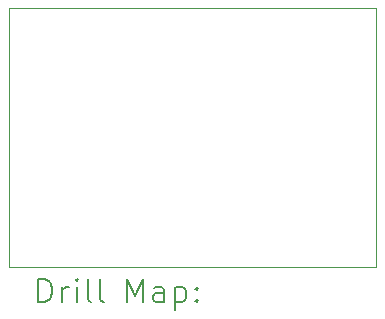
<source format=gbr>
%TF.GenerationSoftware,KiCad,Pcbnew,(7.0.0)*%
%TF.CreationDate,2023-02-17T23:27:10-08:00*%
%TF.ProjectId,seatalk_wifi,73656174-616c-46b5-9f77-6966692e6b69,rev?*%
%TF.SameCoordinates,Original*%
%TF.FileFunction,Drillmap*%
%TF.FilePolarity,Positive*%
%FSLAX45Y45*%
G04 Gerber Fmt 4.5, Leading zero omitted, Abs format (unit mm)*
G04 Created by KiCad (PCBNEW (7.0.0)) date 2023-02-17 23:27:10*
%MOMM*%
%LPD*%
G01*
G04 APERTURE LIST*
%ADD10C,0.050000*%
%ADD11C,0.200000*%
G04 APERTURE END LIST*
D10*
X12300000Y-11100000D02*
X12300000Y-8900000D01*
X15400000Y-11100000D02*
X12300000Y-11100000D01*
X15400000Y-8900000D02*
X15400000Y-11100000D01*
X12300000Y-8900000D02*
X15400000Y-8900000D01*
D11*
X12545119Y-11395976D02*
X12545119Y-11195976D01*
X12545119Y-11195976D02*
X12592738Y-11195976D01*
X12592738Y-11195976D02*
X12621309Y-11205500D01*
X12621309Y-11205500D02*
X12640357Y-11224548D01*
X12640357Y-11224548D02*
X12649881Y-11243595D01*
X12649881Y-11243595D02*
X12659405Y-11281690D01*
X12659405Y-11281690D02*
X12659405Y-11310262D01*
X12659405Y-11310262D02*
X12649881Y-11348357D01*
X12649881Y-11348357D02*
X12640357Y-11367405D01*
X12640357Y-11367405D02*
X12621309Y-11386452D01*
X12621309Y-11386452D02*
X12592738Y-11395976D01*
X12592738Y-11395976D02*
X12545119Y-11395976D01*
X12745119Y-11395976D02*
X12745119Y-11262643D01*
X12745119Y-11300738D02*
X12754643Y-11281690D01*
X12754643Y-11281690D02*
X12764167Y-11272167D01*
X12764167Y-11272167D02*
X12783214Y-11262643D01*
X12783214Y-11262643D02*
X12802262Y-11262643D01*
X12868928Y-11395976D02*
X12868928Y-11262643D01*
X12868928Y-11195976D02*
X12859405Y-11205500D01*
X12859405Y-11205500D02*
X12868928Y-11215024D01*
X12868928Y-11215024D02*
X12878452Y-11205500D01*
X12878452Y-11205500D02*
X12868928Y-11195976D01*
X12868928Y-11195976D02*
X12868928Y-11215024D01*
X12992738Y-11395976D02*
X12973690Y-11386452D01*
X12973690Y-11386452D02*
X12964167Y-11367405D01*
X12964167Y-11367405D02*
X12964167Y-11195976D01*
X13097500Y-11395976D02*
X13078452Y-11386452D01*
X13078452Y-11386452D02*
X13068928Y-11367405D01*
X13068928Y-11367405D02*
X13068928Y-11195976D01*
X13293690Y-11395976D02*
X13293690Y-11195976D01*
X13293690Y-11195976D02*
X13360357Y-11338833D01*
X13360357Y-11338833D02*
X13427024Y-11195976D01*
X13427024Y-11195976D02*
X13427024Y-11395976D01*
X13607976Y-11395976D02*
X13607976Y-11291214D01*
X13607976Y-11291214D02*
X13598452Y-11272167D01*
X13598452Y-11272167D02*
X13579405Y-11262643D01*
X13579405Y-11262643D02*
X13541309Y-11262643D01*
X13541309Y-11262643D02*
X13522262Y-11272167D01*
X13607976Y-11386452D02*
X13588928Y-11395976D01*
X13588928Y-11395976D02*
X13541309Y-11395976D01*
X13541309Y-11395976D02*
X13522262Y-11386452D01*
X13522262Y-11386452D02*
X13512738Y-11367405D01*
X13512738Y-11367405D02*
X13512738Y-11348357D01*
X13512738Y-11348357D02*
X13522262Y-11329309D01*
X13522262Y-11329309D02*
X13541309Y-11319786D01*
X13541309Y-11319786D02*
X13588928Y-11319786D01*
X13588928Y-11319786D02*
X13607976Y-11310262D01*
X13703214Y-11262643D02*
X13703214Y-11462643D01*
X13703214Y-11272167D02*
X13722262Y-11262643D01*
X13722262Y-11262643D02*
X13760357Y-11262643D01*
X13760357Y-11262643D02*
X13779405Y-11272167D01*
X13779405Y-11272167D02*
X13788928Y-11281690D01*
X13788928Y-11281690D02*
X13798452Y-11300738D01*
X13798452Y-11300738D02*
X13798452Y-11357881D01*
X13798452Y-11357881D02*
X13788928Y-11376928D01*
X13788928Y-11376928D02*
X13779405Y-11386452D01*
X13779405Y-11386452D02*
X13760357Y-11395976D01*
X13760357Y-11395976D02*
X13722262Y-11395976D01*
X13722262Y-11395976D02*
X13703214Y-11386452D01*
X13884167Y-11376928D02*
X13893690Y-11386452D01*
X13893690Y-11386452D02*
X13884167Y-11395976D01*
X13884167Y-11395976D02*
X13874643Y-11386452D01*
X13874643Y-11386452D02*
X13884167Y-11376928D01*
X13884167Y-11376928D02*
X13884167Y-11395976D01*
X13884167Y-11272167D02*
X13893690Y-11281690D01*
X13893690Y-11281690D02*
X13884167Y-11291214D01*
X13884167Y-11291214D02*
X13874643Y-11281690D01*
X13874643Y-11281690D02*
X13884167Y-11272167D01*
X13884167Y-11272167D02*
X13884167Y-11291214D01*
M02*

</source>
